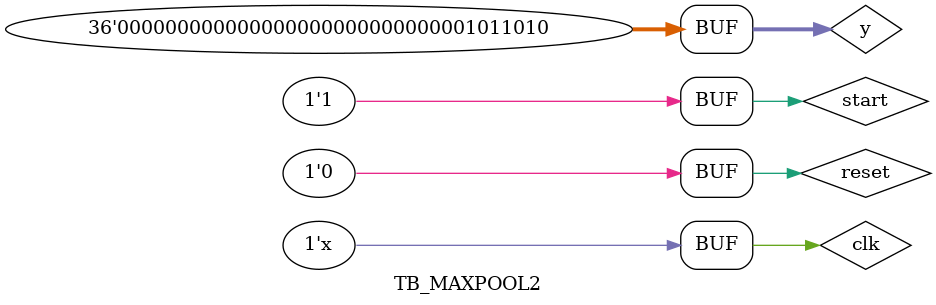
<source format=v>

`timescale 1ns / 1ps

module TB_MAXPOOL2;

	// Inputs
	reg [35:0] y;
	reg clk;
	reg start;
	reg reset;

	// Outputs
	wire [1:0] mx2_done;
	wire [3:0] mx2_count;
	wire [35:0] mx2_output;

	// Instantiate the Unit Under Test (UUT)
	MAXPOOL2 uut (
		.mx2_input(y), 
		.clk(clk), 
		.start(start), 
		.reset(reset), 
		.mx2_done(mx2_done), 
		.mx2_count(mx2_count), 
		.mx2_output(mx2_output)
	);

	initial begin
		// Initialize Inputs
		y = 0;
		clk = 0;
		start = 0;
		reset = 0;

		#50;
        reset = 1; 
        
        // Add stimulus here
        #100 reset = 0; start = 1; 
            y = 15;  #50  y = 20;  #50  y = 25;  #50  y = 30; #50 y = 35; #50 y = 40; #50 y = 45;  #50 y = 50; 
        #50 y = 55;  #50  y = 60;  #50  y = 65;  #50  y = 70; #50 y = 75; #50 y = 80; #50 y = 15;  #50 y = 90; 
        #50 y = 100; #50  y = 120; #50  y = 125; #50 y = 30;  #50 y = 35; #50 y = 40; #50 y = 45;  #50 y = 50; 
        #50 y = 55;  #50  y = 60;  #50  y = 65;  #50 y = 70;  #50 y = 75; #50 y = 80; #50 y = 85;  #50 y = 90; 
        #50 y = 55;  #50  y = 60;  #50  y = 65;  #50  y = 70; #50 y = 75; #50 y = 80; #50 y = 15;  #50 y = 90; 
        #50 y = 100; #50  y = 120; #50  y = 125; #50 y = 30;  #50 y = 35; #50 y = 40; #50 y = 45;  #50 y = 50; 
        #50 y = 55;  #50  y = 60;  #50  y = 65;  #50 y = 70;  #50 y = 75; #50 y = 80; #50 y = 85;  #50 y = 90;
        #50 y = 55;  #50  y = 60;  #50  y = 65;  #50  y = 70; #50 y = 75; #50 y = 80; #50 y = 15;  #50 y = 90; 
        #50 y = 100; #50  y = 120; #50  y = 125; #50 y = 30;  #50 y = 35; #50 y = 40; #50 y = 45;  #50 y = 1000; 
        #50 y = 55;  #50  y = 60;  #50  y = 65;  #50 y = 70;  #50 y = 75; #50 y = 80; #50 y = 85;  #50 y = 90;
        #50 y = 55;  #50  y = 60;  #50  y = 65;  #50  y = 150; #50 y = 75; #50 y = 80; #50 y = 15; #50 y = 90; 
        #50 y = 100; #50  y = 120; #50  y = 125; #50 y = 30;  #50 y = 35; #50 y = 40; #50 y = 45;  #50 y = 50; 
        #50 y = 55;  #50  y = 60;  #50  y = 65;  #50 y = 70;  #50 y = 75; #50 y = 80; #50 y = 85;  #50 y = 90; //#10000 start = 0;
                
	end
      
     always #25 clk = ~clk;
     
endmodule

</source>
